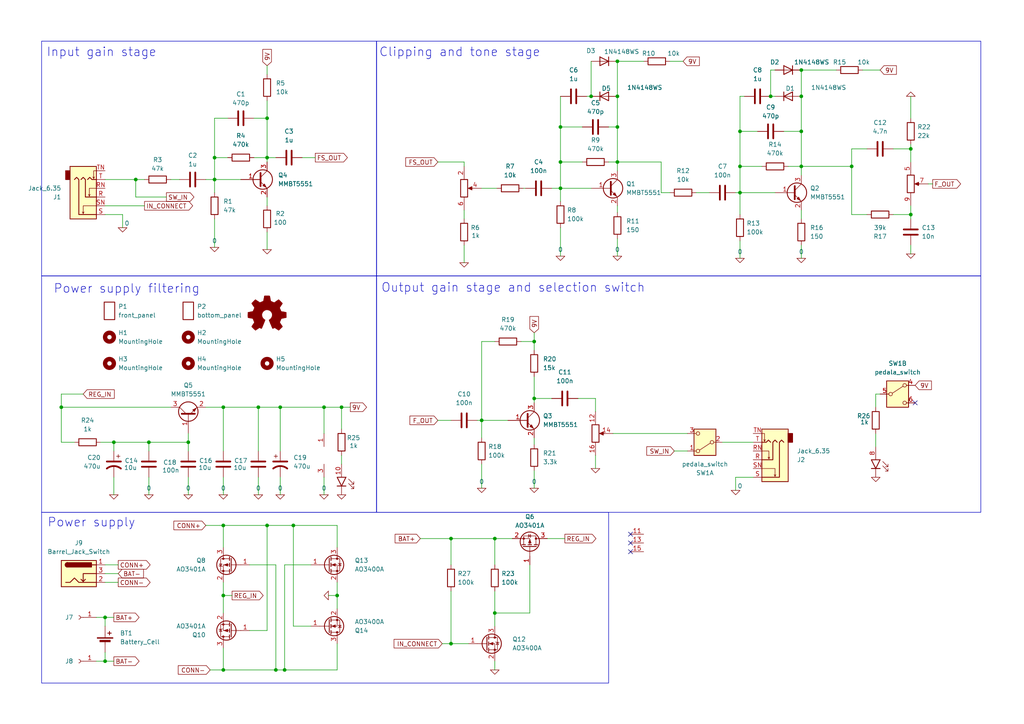
<source format=kicad_sch>
(kicad_sch (version 20250114) (generator "eeschema") (generator_version "9.0")
  (paper "A4")
  (title_block (title "Big Muff Pi"))
  (lib_symbols
    (symbol "Connector:Barrel_Jack_Switch" (pin_names (hide yes))
      (property "Reference" "J" (at 0 5.334 0))
      (property "Value" "Barrel_Jack_Switch" (at 0 -5.08 0))
      (symbol "Barrel_Jack_Switch_1_1"
        (pin passive line (at 7.62 2.54 180) (length 2.54) (name "~") (number "1"))
        (pin passive line (at 7.62 0 180) (length 2.54) (name "~") (number "3"))
        (pin passive line (at 7.62 -2.54 180) (length 2.54) (name "~") (number "2"))
      )
    )
    (symbol "Connector:Conn_01x01_Socket" (pin_names (offset 1.016) (hide yes))
      (property "Reference" "J" (at 0 2.54 0))
      (property "Value" "Conn_01x01_Socket" (at 0 -2.54 0))
      (symbol "Conn_01x01_Socket_1_1"
        (pin passive line (at -5.08 0 0) (length 3.81) (name "Pin_1") (number "1"))
      )
    )
    (symbol "Device:Battery_Cell" (pin_numbers (hide yes)) (pin_names (offset 0) (hide yes))
      (property "Reference" "BT" (at 2.54 2.54 0))
      (property "Value" "Battery_Cell" (at 2.54 0 0))
      (symbol "Battery_Cell_1_1"
        (pin passive line (at 0 5.08 270) (length 2.54) (name "+") (number "1"))
        (pin passive line (at 0 -2.54 90) (length 2.54) (name "-") (number "2"))
      )
    )
    (symbol "Device:C" (pin_numbers (hide yes)) (pin_names (offset 0.254))
      (property "Reference" "C" (at 0.635 2.54 0))
      (property "Value" "C" (at 0.635 -2.54 0))
      (symbol "C_1_1"
        (pin passive line (at 0 3.81 270) (length 2.794) (name "~") (number "1"))
        (pin passive line (at 0 -3.81 90) (length 2.794) (name "~") (number "2"))
      )
    )
    (symbol "Device:C_Polarized_US" (pin_numbers (hide yes)) (pin_names (offset 0.254) (hide yes))
      (property "Reference" "C" (at 0.635 2.54 0))
      (property "Value" "C_Polarized_US" (at 0.635 -2.54 0))
      (symbol "C_Polarized_US_1_1"
        (pin passive line (at 0 3.81 270) (length 2.794) (name "~") (number "1"))
        (pin passive line (at 0 -3.81 90) (length 3.302) (name "~") (number "2"))
      )
    )
    (symbol "Device:R" (pin_numbers (hide yes)) (pin_names (offset 0))
      (property "Reference" "R" (at 2.032 0 90))
      (property "Value" "R" (at 0 0 90))
      (symbol "R_1_1"
        (pin passive line (at 0 3.81 270) (length 1.27) (name "~") (number "1"))
        (pin passive line (at 0 -3.81 90) (length 1.27) (name "~") (number "2"))
      )
    )
    (symbol "Diode:1N4148WS" (pin_numbers (hide yes)) (pin_names (hide yes))
      (property "Reference" "D" (at 0 2.54 0))
      (property "Value" "1N4148WS" (at 0 -2.54 0))
      (symbol "1N4148WS_1_1"
        (pin passive line (at -3.81 0 0) (length 2.54) (name "K") (number "1"))
        (pin passive line (at 3.81 0 180) (length 2.54) (name "A") (number "2"))
      )
    )
    (symbol "Graphic:Logo_Open_Hardware_Small" (in_bom no) (on_board no))
    (symbol "Mechanical:MountingHole" (pin_names (offset 1.016))
      (property "Reference" "H" (at 0 5.08 0))
      (property "Value" "MountingHole" (at 0 3.175 0))
    )
    (symbol "MountingHole_1" (pin_names (offset 1.016))
      (property "Reference" "H" (at 0 5.08 0))
      (property "Value" "MountingHole" (at 0 3.175 0))
    )
    (symbol "MountingHole_2" (pin_names (offset 1.016))
      (property "Reference" "H" (at 0 5.08 0))
      (property "Value" "MountingHole" (at 0 3.175 0))
    )
    (symbol "MountingHole_3" (pin_names (offset 1.016))
      (property "Reference" "H" (at 0 5.08 0))
      (property "Value" "MountingHole" (at 0 3.175 0))
    )
    (symbol "MountingHole_4" (pin_names (offset 1.016))
      (property "Reference" "H" (at 0 5.08 0))
      (property "Value" "MountingHole" (at 0 3.175 0))
    )
    (symbol "Simulation_SPICE:0" (power) (pin_names (offset 0))
      (property "Value" "0" (at 0 -1.778 0))
      (symbol "0_1_1"
        (pin power_in line (at 0 0 0) (length 0) (hide yes) (name "0") (number "1"))
      )
    )
    (symbol "Transistor_BJT:BC817" (pin_names (offset 0) (hide yes))
      (property "Reference" "Q" (at 5.08 1.905 0))
      (property "Value" "BC817" (at 5.08 0 0))
      (symbol "BC817_1_1"
        (pin input line (at -5.08 0 0) (length 5.715) (name "B") (number "1"))
        (pin passive line (at 2.54 5.08 270) (length 2.54) (name "C") (number "3"))
        (pin passive line (at 2.54 -5.08 90) (length 2.54) (name "E") (number "2"))
      )
    )
    (symbol "Transistor_FET:AO3400A" (pin_names (hide yes))
      (property "Reference" "Q" (at 5.08 1.905 0))
      (property "Value" "AO3400A" (at 5.08 0 0))
      (symbol "AO3400A_1_1"
        (pin input line (at -5.08 0 0) (length 2.54) (name "G") (number "1"))
        (pin passive line (at 2.54 5.08 270) (length 2.54) (name "D") (number "3"))
        (pin passive line (at 2.54 -5.08 90) (length 2.54) (name "S") (number "2"))
      )
    )
    (symbol "Transistor_FET:AO3401A" (pin_names (hide yes))
      (property "Reference" "Q" (at 5.08 1.905 0))
      (property "Value" "AO3401A" (at 5.08 0 0))
      (symbol "AO3401A_1_1"
        (pin input line (at -5.08 0 0) (length 2.54) (name "G") (number "1"))
        (pin passive line (at 2.54 5.08 270) (length 2.54) (name "D") (number "3"))
        (pin passive line (at 2.54 -5.08 90) (length 2.54) (name "S") (number "2"))
      )
    )
    (symbol "pedale:Jack_6.35"
      (property "Reference" "J" (at 0 11.43 0))
      (property "Value" "Jack_6.35" (at 0 8.89 0))
      (symbol "Jack_6.35_1_1"
        (pin passive line (at 5.08 5.08 180) (length 2.54) (name "~") (number "S"))
        (pin passive line (at 5.08 2.54 180) (length 2.54) (name "~") (number "SN"))
        (pin passive line (at 5.08 0 180) (length 2.54) (name "~") (number "R"))
        (pin passive line (at 5.08 -2.54 180) (length 2.54) (name "~") (number "RN"))
        (pin passive line (at 5.08 -5.08 180) (length 2.54) (name "~") (number "T"))
        (pin passive line (at 5.08 -7.62 180) (length 2.54) (name "~") (number "TN"))
      )
    )
    (symbol "pedale:big_muff_pi_front_panel" (pin_names (offset 1.016) (hide yes))
      (property "Reference" "P" (at 0.254 4.318 0))
      (property "Value" "big_muff_pi_front_panel" (at -2.54 0 90))
    )
    (symbol "pedale:pedala_switch" (pin_names (offset 0) (hide yes))
      (property "Reference" "SW" (at 0 5.08 0))
      (property "Value" "pedala_switch" (at 0 -5.08 0))
      (symbol "pedala_switch_1_1"
        (pin passive line (at -5.08 0 0) (length 2.54) (name "B") (number "2"))
        (pin passive line (at 5.08 2.54 180) (length 2.54) (name "A") (number "1"))
        (pin passive line (at 5.08 -2.54 180) (length 2.54) (name "C") (number "3"))
      )
      (symbol "pedala_switch_2_1"
        (pin passive line (at -5.08 0 0) (length 2.54) (name "B") (number "5"))
        (pin passive line (at 5.08 2.54 180) (length 2.54) (name "A") (number "4"))
        (pin passive line (at 5.08 -2.54 180) (length 2.54) (name "C") (number "6"))
      )
    )
    (symbol "pedale:top_panel_connector" (pin_names (offset 1.016) (hide yes))
      (symbol "top_panel_connector_1_1"
        (pin passive line (at 0 6.35 270) (length 3.81) (name "Pin_2") (number "2"))
        (pin passive line (at 0 -6.35 90) (length 3.81) (name "Pin_6") (number "6"))
        (pin passive line (at 5.08 0 180) (length 3.81) (name "Pin_4") (number "4"))
      )
      (symbol "top_panel_connector_2_1"
        (pin passive line (at 0 6.35 270) (length 3.81) (name "Pin_5") (number "5"))
        (pin passive line (at 0 -6.35 90) (length 3.81) (name "Pin_9") (number "9"))
        (pin passive line (at 5.08 0 180) (length 3.81) (name "Pin_7") (number "7"))
      )
      (symbol "top_panel_connector_3_1"
        (pin passive line (at 0 6.35 270) (length 3.81) (name "Pin_12") (number "12"))
        (pin passive line (at 0 -6.35 90) (length 3.81) (name "Pin_16") (number "16"))
        (pin passive line (at 5.08 0 180) (length 3.81) (name "Pin_14") (number "14"))
      )
      (symbol "top_panel_connector_4_1"
        (pin passive line (at 0 5.08 270) (length 3.81) (name "Pin_8") (number "8"))
      )
      (symbol "top_panel_connector_5_1"
        (pin passive line (at 0 5.08 270) (length 3.81) (name "Pin_10") (number "10"))
      )
      (symbol "top_panel_connector_6_1"
        (pin passive line (at 0 12.7 270) (length 3.81) (name "VCC") (number "1"))
        (pin passive line (at 0 0 90) (length 3.81) (name "GND") (number "3"))
      )
      (symbol "top_panel_connector_7_1"
        (pin passive line (at 0 5.08 0) (length 3.81) (name "Pin_11") (number "11"))
        (pin passive line (at 0 2.54 0) (length 3.81) (name "Pin_13") (number "13"))
        (pin passive line (at 0 0 0) (length 3.81) (name "Pin_15") (number "15"))
      )
    )
  )
  (rectangle (start 12.065 148.59) (end 176.53 198.12))
  (rectangle (start 109.22 11.938) (end 284.48 80.01))
  (rectangle (start 12.065 11.938) (end 109.22 80.01))
  (rectangle (start 12.065 80.01) (end 109.22 148.59))
  (rectangle (start 109.22 80.01) (end 284.48 148.59))
  (text "Power supply filtering" (at 15.494 85.344 0) (effects (font (size 2.54 2.54)) (justify left bottom)))
  (text "Input gain stage" (at 29.464 15.24 0) (effects (font (size 2.54 2.54))))
  (text "Output gain stage and selection switch" (at 148.844 83.566 0) (effects (font (size 2.54 2.54))))
  (text "Clipping and tone stage" (at 133.35 15.24 0) (effects (font (size 2.54 2.54))))
  (text "Power supply" (at 13.716 151.638 0) (effects (font (size 2.54 2.54)) (justify left)))
  (junction (at 82.55 194.31))
  (junction (at 30.48 179.07))
  (junction (at 143.51 177.8))
  (junction (at 43.18 128.27))
  (junction (at 62.23 52.07))
  (junction (at 81.28 118.11))
  (junction (at 17.78 118.11))
  (junction (at 33.02 128.27))
  (junction (at 154.94 99.06))
  (junction (at 232.41 38.1))
  (junction (at 97.79 172.72))
  (junction (at 64.77 172.72))
  (junction (at 74.93 118.11))
  (junction (at 179.07 46.99))
  (junction (at 179.07 27.94))
  (junction (at 77.47 152.4))
  (junction (at 64.77 118.11))
  (junction (at 64.77 152.4))
  (junction (at 130.81 186.69))
  (junction (at 80.01 194.31))
  (junction (at 264.16 62.23))
  (junction (at 232.41 20.32))
  (junction (at 214.63 48.26))
  (junction (at 54.61 128.27))
  (junction (at 130.81 156.21))
  (junction (at 154.94 115.57))
  (junction (at 179.07 36.83))
  (junction (at 85.09 152.4))
  (junction (at 214.63 38.1))
  (junction (at 99.06 118.11))
  (junction (at 162.56 54.61))
  (junction (at 30.48 191.77))
  (junction (at 93.98 118.11))
  (junction (at 264.16 43.18))
  (junction (at 143.51 156.21))
  (junction (at 62.23 45.72))
  (junction (at 171.45 27.94))
  (junction (at 214.63 55.88))
  (junction (at 247.015 48.26))
  (junction (at 232.41 27.94))
  (junction (at 77.47 34.29))
  (junction (at 162.56 36.83))
  (junction (at 139.7 121.92))
  (junction (at 64.77 194.31))
  (junction (at 232.41 48.26))
  (junction (at 179.07 17.78))
  (junction (at 77.47 45.72))
  (junction (at 223.52 27.94))
  (junction (at 39.37 52.07))
  (junction (at 162.56 46.99))
  (no_connect (at 265.43 116.84))
  (no_connect (at 182.88 154.94))
  (no_connect (at 182.88 157.48))
  (no_connect (at 182.88 160.02))
  (wire (pts (xy 232.41 27.94) (xy 232.41 38.1)))
  (wire (pts (xy 179.07 27.94) (xy 179.07 36.83)))
  (wire (pts (xy 264.16 27.94) (xy 264.16 34.29)))
  (wire (pts (xy 77.47 152.4) (xy 85.09 152.4)))
  (wire (pts (xy 73.66 45.72) (xy 77.47 45.72)))
  (wire (pts (xy 62.23 52.07) (xy 69.85 52.07)))
  (wire (pts (xy 176.53 46.99) (xy 179.07 46.99)))
  (wire (pts (xy 264.16 41.91) (xy 264.16 43.18)))
  (wire (pts (xy 60.96 194.31) (xy 64.77 194.31)))
  (wire (pts (xy 251.46 43.18) (xy 247.015 43.18)))
  (wire (pts (xy 99.06 118.11) (xy 99.06 124.46)))
  (wire (pts (xy 214.63 27.94) (xy 214.63 38.1)))
  (wire (pts (xy 77.47 46.99) (xy 77.47 45.72)))
  (wire (pts (xy 232.41 71.12) (xy 232.41 74.93)))
  (wire (pts (xy 139.7 54.61) (xy 144.145 54.61)))
  (wire (pts (xy 66.04 34.29) (xy 62.23 34.29)))
  (wire (pts (xy 90.17 181.61) (xy 85.09 181.61)))
  (wire (pts (xy 201.93 55.88) (xy 205.74 55.88)))
  (wire (pts (xy 85.09 152.4) (xy 97.79 152.4)))
  (wire (pts (xy 30.48 59.69) (xy 41.91 59.69)))
  (wire (pts (xy 74.93 118.11) (xy 74.93 130.81)))
  (wire (pts (xy 81.28 138.43) (xy 81.28 143.51)))
  (wire (pts (xy 77.47 45.72) (xy 80.01 45.72)))
  (wire (pts (xy 143.51 163.83) (xy 143.51 156.21)))
  (wire (pts (xy 99.06 132.08) (xy 99.06 134.62)))
  (wire (pts (xy 130.81 171.45) (xy 130.81 186.69)))
  (wire (pts (xy 80.01 194.31) (xy 82.55 194.31)))
  (wire (pts (xy 64.77 138.43) (xy 64.77 143.51)))
  (wire (pts (xy 264.16 63.5) (xy 264.16 62.23)))
  (wire (pts (xy 130.81 186.69) (xy 135.89 186.69)))
  (wire (pts (xy 213.36 138.43) (xy 218.44 138.43)))
  (wire (pts (xy 93.98 138.43) (xy 93.98 143.51)))
  (wire (pts (xy 167.64 115.57) (xy 172.72 115.57)))
  (wire (pts (xy 177.8 125.73) (xy 199.39 125.73)))
  (wire (pts (xy 179.07 46.99) (xy 179.07 49.53)))
  (wire (pts (xy 247.015 48.26) (xy 247.015 62.23)))
  (wire (pts (xy 17.78 118.11) (xy 17.78 128.27)))
  (wire (pts (xy 232.41 38.1) (xy 232.41 48.26)))
  (wire (pts (xy 30.48 181.61) (xy 30.48 179.07)))
  (wire (pts (xy 99.06 118.11) (xy 93.98 118.11)))
  (wire (pts (xy 43.18 128.27) (xy 54.61 128.27)))
  (wire (pts (xy 232.41 60.96) (xy 232.41 63.5)))
  (wire (pts (xy 232.41 48.26) (xy 232.41 50.8)))
  (wire (pts (xy 82.55 194.31) (xy 97.79 194.31)))
  (wire (pts (xy 59.69 52.07) (xy 62.23 52.07)))
  (wire (pts (xy 39.37 52.07) (xy 41.91 52.07)))
  (wire (pts (xy 82.55 163.83) (xy 82.55 194.31)))
  (wire (pts (xy 66.04 45.72) (xy 62.23 45.72)))
  (wire (pts (xy 179.07 17.78) (xy 179.07 27.94)))
  (wire (pts (xy 43.18 138.43) (xy 43.18 143.51)))
  (wire (pts (xy 264.16 43.18) (xy 264.16 46.99)))
  (wire (pts (xy 162.56 46.99) (xy 162.56 54.61)))
  (wire (pts (xy 191.77 55.88) (xy 191.77 46.99)))
  (wire (pts (xy 33.02 138.43) (xy 33.02 143.51)))
  (wire (pts (xy 223.52 27.94) (xy 224.79 27.94)))
  (wire (pts (xy 72.39 163.83) (xy 80.01 163.83)))
  (wire (pts (xy 162.56 66.04) (xy 162.56 74.295)))
  (wire (pts (xy 254 114.3) (xy 255.27 114.3)))
  (wire (pts (xy 162.56 36.83) (xy 168.91 36.83)))
  (wire (pts (xy 264.16 59.69) (xy 264.16 62.23)))
  (wire (pts (xy 21.59 128.27) (xy 17.78 128.27)))
  (wire (pts (xy 97.79 152.4) (xy 97.79 158.75)))
  (wire (pts (xy 198.12 17.78) (xy 194.31 17.78)))
  (wire (pts (xy 214.63 48.26) (xy 214.63 55.88)))
  (wire (pts (xy 30.48 52.07) (xy 39.37 52.07)))
  (wire (pts (xy 130.81 156.21) (xy 130.81 163.83)))
  (wire (pts (xy 259.08 43.18) (xy 264.16 43.18)))
  (wire (pts (xy 93.98 118.11) (xy 81.28 118.11)))
  (wire (pts (xy 77.47 182.88) (xy 77.47 152.4)))
  (wire (pts (xy 62.23 55.88) (xy 62.23 52.07)))
  (wire (pts (xy 151.765 54.61) (xy 152.4 54.61)))
  (wire (pts (xy 214.63 38.1) (xy 214.63 48.26)))
  (wire (pts (xy 191.77 55.88) (xy 194.31 55.88)))
  (wire (pts (xy 62.23 63.5) (xy 62.23 71.755)))
  (wire (pts (xy 81.28 118.11) (xy 74.93 118.11)))
  (wire (pts (xy 213.36 55.88) (xy 214.63 55.88)))
  (wire (pts (xy 27.94 191.77) (xy 30.48 191.77)))
  (wire (pts (xy 17.78 114.3) (xy 17.78 118.11)))
  (wire (pts (xy 162.56 54.61) (xy 171.45 54.61)))
  (wire (pts (xy 143.51 156.21) (xy 148.59 156.21)))
  (wire (pts (xy 43.18 128.27) (xy 43.18 130.81)))
  (wire (pts (xy 172.72 119.38) (xy 172.72 115.57)))
  (wire (pts (xy 247.015 43.18) (xy 247.015 48.26)))
  (wire (pts (xy 259.08 62.23) (xy 264.16 62.23)))
  (wire (pts (xy 154.94 127) (xy 154.94 128.905)))
  (wire (pts (xy 154.94 136.525) (xy 154.94 141.605)))
  (wire (pts (xy 143.51 181.61) (xy 143.51 177.8)))
  (wire (pts (xy 153.67 177.8) (xy 143.51 177.8)))
  (wire (pts (xy 34.29 168.91) (xy 30.48 168.91)))
  (wire (pts (xy 121.92 156.21) (xy 130.81 156.21)))
  (wire (pts (xy 143.51 194.31) (xy 143.51 191.77)))
  (wire (pts (xy 77.47 67.31) (xy 77.47 72.39)))
  (wire (pts (xy 85.09 181.61) (xy 85.09 152.4)))
  (wire (pts (xy 143.51 99.06) (xy 139.7 99.06)))
  (wire (pts (xy 93.98 118.11) (xy 93.98 125.73)))
  (wire (pts (xy 264.16 71.12) (xy 264.16 73.66)))
  (wire (pts (xy 151.13 99.06) (xy 154.94 99.06)))
  (wire (pts (xy 162.56 27.94) (xy 162.56 36.83)))
  (wire (pts (xy 64.77 187.96) (xy 64.77 194.31)))
  (wire (pts (xy 160.02 115.57) (xy 154.94 115.57)))
  (wire (pts (xy 49.53 52.07) (xy 52.07 52.07)))
  (wire (pts (xy 186.69 17.78) (xy 179.07 17.78)))
  (wire (pts (xy 95.25 172.72) (xy 97.79 172.72)))
  (wire (pts (xy 39.37 57.15) (xy 48.26 57.15)))
  (wire (pts (xy 162.56 36.83) (xy 162.56 46.99)))
  (wire (pts (xy 160.02 54.61) (xy 162.56 54.61)))
  (wire (pts (xy 64.77 152.4) (xy 77.47 152.4)))
  (wire (pts (xy 77.47 34.29) (xy 77.47 45.72)))
  (wire (pts (xy 59.69 118.11) (xy 64.77 118.11)))
  (wire (pts (xy 54.61 125.73) (xy 54.61 128.27)))
  (wire (pts (xy 179.07 46.99) (xy 191.77 46.99)))
  (wire (pts (xy 227.33 38.1) (xy 232.41 38.1)))
  (wire (pts (xy 154.94 109.22) (xy 154.94 115.57)))
  (wire (pts (xy 97.79 176.53) (xy 97.79 172.72)))
  (wire (pts (xy 81.28 118.11) (xy 81.28 130.81)))
  (wire (pts (xy 97.79 172.72) (xy 97.79 168.91)))
  (wire (pts (xy 176.53 36.83) (xy 179.07 36.83)))
  (wire (pts (xy 143.51 171.45) (xy 143.51 177.8)))
  (wire (pts (xy 162.56 58.42) (xy 162.56 54.61)))
  (wire (pts (xy 139.7 99.06) (xy 139.7 121.92)))
  (wire (pts (xy 101.6 118.11) (xy 99.06 118.11)))
  (wire (pts (xy 213.36 142.24) (xy 213.36 138.43)))
  (wire (pts (xy 254 118.11) (xy 254 114.3)))
  (wire (pts (xy 172.72 132.08) (xy 172.72 135.89)))
  (wire (pts (xy 162.56 46.99) (xy 168.91 46.99)))
  (wire (pts (xy 97.79 194.31) (xy 97.79 186.69)))
  (wire (pts (xy 77.47 57.15) (xy 77.47 59.69)))
  (wire (pts (xy 33.02 128.27) (xy 43.18 128.27)))
  (wire (pts (xy 35.56 62.23) (xy 35.56 66.04)))
  (wire (pts (xy 139.7 121.92) (xy 147.32 121.92)))
  (wire (pts (xy 134.62 46.99) (xy 134.62 48.26)))
  (wire (pts (xy 154.94 99.06) (xy 154.94 101.6)))
  (wire (pts (xy 59.69 152.4) (xy 64.77 152.4)))
  (wire (pts (xy 138.43 121.92) (xy 139.7 121.92)))
  (wire (pts (xy 209.55 128.27) (xy 218.44 128.27)))
  (wire (pts (xy 64.77 158.75) (xy 64.77 152.4)))
  (wire (pts (xy 214.63 27.94) (xy 215.9 27.94)))
  (wire (pts (xy 64.77 172.72) (xy 64.77 168.91)))
  (wire (pts (xy 62.23 34.29) (xy 62.23 45.72)))
  (wire (pts (xy 17.78 118.11) (xy 49.53 118.11)))
  (wire (pts (xy 153.67 163.83) (xy 153.67 177.8)))
  (wire (pts (xy 72.39 182.88) (xy 77.47 182.88)))
  (wire (pts (xy 128.27 186.69) (xy 130.81 186.69)))
  (wire (pts (xy 214.63 48.26) (xy 220.98 48.26)))
  (wire (pts (xy 54.61 130.81) (xy 54.61 128.27)))
  (wire (pts (xy 127 46.99) (xy 134.62 46.99)))
  (wire (pts (xy 214.63 55.88) (xy 214.63 62.23)))
  (wire (pts (xy 24.13 114.3) (xy 17.78 114.3)))
  (wire (pts (xy 179.07 59.69) (xy 179.07 61.595)))
  (wire (pts (xy 154.94 96.52) (xy 154.94 99.06)))
  (wire (pts (xy 254 129.54) (xy 254 125.73)))
  (wire (pts (xy 139.7 127) (xy 139.7 121.92)))
  (wire (pts (xy 223.52 20.32) (xy 224.79 20.32)))
  (wire (pts (xy 232.41 20.32) (xy 232.41 27.94)))
  (wire (pts (xy 77.47 19.05) (xy 77.47 21.59)))
  (wire (pts (xy 130.81 156.21) (xy 143.51 156.21)))
  (wire (pts (xy 255.27 20.32) (xy 250.19 20.32)))
  (wire (pts (xy 223.52 20.32) (xy 223.52 27.94)))
  (wire (pts (xy 30.48 166.37) (xy 34.29 166.37)))
  (wire (pts (xy 214.63 55.88) (xy 224.79 55.88)))
  (wire (pts (xy 163.83 156.21) (xy 158.75 156.21)))
  (wire (pts (xy 214.63 69.85) (xy 214.63 74.93)))
  (wire (pts (xy 154.94 115.57) (xy 154.94 116.84)))
  (wire (pts (xy 269.24 53.34) (xy 270.51 53.34)))
  (wire (pts (xy 73.66 34.29) (xy 77.47 34.29)))
  (wire (pts (xy 62.23 45.72) (xy 62.23 52.07)))
  (wire (pts (xy 195.58 130.81) (xy 199.39 130.81)))
  (wire (pts (xy 30.48 62.23) (xy 35.56 62.23)))
  (wire (pts (xy 232.41 48.26) (xy 247.015 48.26)))
  (wire (pts (xy 179.07 36.83) (xy 179.07 46.99)))
  (wire (pts (xy 87.63 45.72) (xy 91.44 45.72)))
  (wire (pts (xy 77.47 29.21) (xy 77.47 34.29)))
  (wire (pts (xy 90.17 163.83) (xy 82.55 163.83)))
  (wire (pts (xy 39.37 57.15) (xy 39.37 52.07)))
  (wire (pts (xy 64.77 177.8) (xy 64.77 172.72)))
  (wire (pts (xy 74.93 138.43) (xy 74.93 143.51)))
  (wire (pts (xy 134.62 71.12) (xy 134.62 76.2)))
  (wire (pts (xy 27.94 179.07) (xy 30.48 179.07)))
  (wire (pts (xy 54.61 138.43) (xy 54.61 143.51)))
  (wire (pts (xy 30.48 189.23) (xy 30.48 191.77)))
  (wire (pts (xy 127 121.92) (xy 130.81 121.92)))
  (wire (pts (xy 247.015 62.23) (xy 251.46 62.23)))
  (wire (pts (xy 34.29 163.83) (xy 30.48 163.83)))
  (wire (pts (xy 228.6 48.26) (xy 232.41 48.26)))
  (wire (pts (xy 64.77 118.11) (xy 64.77 130.81)))
  (wire (pts (xy 179.07 69.215) (xy 179.07 74.295)))
  (wire (pts (xy 232.41 20.32) (xy 242.57 20.32)))
  (wire (pts (xy 29.21 128.27) (xy 33.02 128.27)))
  (wire (pts (xy 30.48 179.07) (xy 33.02 179.07)))
  (wire (pts (xy 33.02 128.27) (xy 33.02 130.81)))
  (wire (pts (xy 80.01 163.83) (xy 80.01 194.31)))
  (wire (pts (xy 64.77 194.31) (xy 80.01 194.31)))
  (wire (pts (xy 171.45 17.78) (xy 171.45 27.94)))
  (wire (pts (xy 30.48 191.77) (xy 33.02 191.77)))
  (wire (pts (xy 170.18 27.94) (xy 171.45 27.94)))
  (wire (pts (xy 134.62 60.96) (xy 134.62 63.5)))
  (wire (pts (xy 214.63 38.1) (xy 219.71 38.1)))
  (wire (pts (xy 74.93 118.11) (xy 64.77 118.11)))
  (wire (pts (xy 139.7 134.62) (xy 139.7 141.605)))
  (wire (pts (xy 67.31 172.72) (xy 64.77 172.72)))
  (global_label "FS_OUT" (shape input) (at 127 46.99 180) (property "Intersheetrefs" "${INTERSHEET_REFS}" (effects (hide yes))))
  (global_label "REG_IN" (shape input) (at 24.13 114.3 0) (property "Intersheetrefs" "${INTERSHEET_REFS}" (effects (hide yes))))
  (global_label "9V" (shape output) (at 101.6 118.11 0) (property "Intersheetrefs" "${INTERSHEET_REFS}" (effects (hide yes))))
  (global_label "CONN+" (shape output) (at 34.29 163.83 0) (property "Intersheetrefs" "${INTERSHEET_REFS}" (effects (hide yes))))
  (global_label "CONN+" (shape input) (at 59.69 152.4 180) (property "Intersheetrefs" "${INTERSHEET_REFS}" (effects (hide yes))))
  (global_label "SW_IN" (shape output) (at 48.26 57.15 0) (property "Intersheetrefs" "${INTERSHEET_REFS}" (effects (hide yes))))
  (global_label "9V" (shape input) (at 77.47 19.05 90) (property "Intersheetrefs" "${INTERSHEET_REFS}" (effects (hide yes))))
  (global_label "BAT-" (shape output) (at 33.02 191.77 0) (property "Intersheetrefs" "${INTERSHEET_REFS}" (effects (hide yes))))
  (global_label "IN_CONNECT" (shape input) (at 128.27 186.69 180) (property "Intersheetrefs" "${INTERSHEET_REFS}" (effects (hide yes))))
  (global_label "9V" (shape input) (at 198.12 17.78 0) (property "Intersheetrefs" "${INTERSHEET_REFS}" (effects (hide yes))))
  (global_label "FS_OUT" (shape output) (at 91.44 45.72 0) (property "Intersheetrefs" "${INTERSHEET_REFS}" (effects (hide yes))))
  (global_label "BAT+" (shape output) (at 33.02 179.07 0) (property "Intersheetrefs" "${INTERSHEET_REFS}" (effects (hide yes))))
  (global_label "F_OUT" (shape input) (at 127 121.92 180) (property "Intersheetrefs" "${INTERSHEET_REFS}" (effects (hide yes))))
  (global_label "F_OUT" (shape output) (at 270.51 53.34 0) (property "Intersheetrefs" "${INTERSHEET_REFS}" (effects (hide yes))))
  (global_label "BAT-" (shape input) (at 34.29 166.37 0) (property "Intersheetrefs" "${INTERSHEET_REFS}" (effects (hide yes))))
  (global_label "BAT+" (shape input) (at 121.92 156.21 180) (property "Intersheetrefs" "${INTERSHEET_REFS}" (effects (hide yes))))
  (global_label "SW_IN" (shape input) (at 195.58 130.81 180) (property "Intersheetrefs" "${INTERSHEET_REFS}" (effects (hide yes))))
  (global_label "IN_CONNECT" (shape output) (at 41.91 59.69 0) (property "Intersheetrefs" "${INTERSHEET_REFS}" (effects (hide yes))))
  (global_label "CONN-" (shape input) (at 60.96 194.31 180) (property "Intersheetrefs" "${INTERSHEET_REFS}" (effects (hide yes))))
  (global_label "REG_IN" (shape output) (at 163.83 156.21 0) (property "Intersheetrefs" "${INTERSHEET_REFS}" (effects (hide yes))))
  (global_label "CONN-" (shape output) (at 34.29 168.91 0) (property "Intersheetrefs" "${INTERSHEET_REFS}" (effects (hide yes))))
  (global_label "9V" (shape input) (at 265.43 111.76 0) (property "Intersheetrefs" "${INTERSHEET_REFS}" (effects (hide yes))))
  (global_label "9V" (shape input) (at 154.94 96.52 90) (property "Intersheetrefs" "${INTERSHEET_REFS}" (effects (hide yes))))
  (global_label "REG_IN" (shape output) (at 67.31 172.72 0) (property "Intersheetrefs" "${INTERSHEET_REFS}" (effects (hide yes))))
  (global_label "9V" (shape input) (at 255.27 20.32 0) (property "Intersheetrefs" "${INTERSHEET_REFS}" (effects (hide yes))))
  (symbol (lib_id "Diode:1N4148WS") (at 228.6 27.94 0) (unit 1)
    (property "Reference" "D1" (at 227.838 25.654 0) (effects (justify left)))
    (property "Value" "1N4148WS" (at 235.204 25.4 0) (effects (justify left)))
    (property "Footprint" "Diode_SMD:D_SOD-323" (effects (hide yes)))
    (property "Datasheet" "https://www.vishay.com/docs/85751/1n4148ws.pdf" (effects (hide yes)))
    (property "Sim.Device" "D" (effects (hide yes)))
    (property "Sim.Pins" "1=K 2=A" (effects (hide yes)))
    (property "Sim.Library" "/home/ostoja/spice_models/diode/1N4148.lib" (effects (hide yes)))
    (property "Sim.Name" "1N4148" (effects (hide yes)))
    (property "LCSC" "C2128" (effects (hide yes)))
  )
  (symbol (lib_id "Transistor_FET:AO3401A") (at 153.67 158.75 270) (mirror x) (unit 1)
    (property "Reference" "Q6" (at 153.67 149.86 90))
    (property "Value" "AO3401A" (at 153.67 152.4 90))
    (property "Footprint" "Package_TO_SOT_SMD:SOT-23" (effects (hide yes)))
    (property "Datasheet" "http://www.aosmd.com/pdfs/datasheet/AO3401A.pdf" (effects (hide yes)))
    (property "Description" "-4.0A Id, -30V Vds, P-Channel MOSFET, SOT-23" (effects (hide yes)))
    (property "LCSC" "C15127" (effects (hide yes)))
  )
  (symbol (lib_id "Simulation_SPICE:0") (at 172.72 135.89 0) (unit 1)
    (property "Reference" "#GND014" (effects (hide yes)))
    (property "Value" "0" (effects (hide yes)))
  )
  (symbol (lib_id "Simulation_SPICE:0") (at 35.56 66.04 0) (unit 1)
    (property "Reference" "#GND017" (effects (hide yes)))
    (property "Value" "0" (at 36.83 64.77 0))
  )
  (symbol (lib_id "Mechanical:MountingHole") (at 31.75 105.41 0) (unit 1)
    (property "Reference" "H3" (at 34.29 104.14 0) (effects (justify left)))
    (property "Value" "MountingHole" (at 34.29 106.68 0) (effects (justify left)))
    (property "Footprint" "pedale:M3_hole_with_spacer" (effects (hide yes)))
  )
  (symbol (lib_id "Simulation_SPICE:0") (at 43.18 143.51 0) (unit 1)
    (property "Reference" "#GND016" (effects (hide yes)))
    (property "Value" "0" (at 43.18 141.605 0))
  )
  (symbol (lib_id "Device:R") (at 62.23 59.69 0) (unit 1)
    (property "Reference" "R1" (at 64.77 58.42 0) (effects (justify left)))
    (property "Value" "47k" (at 64.77 60.96 0) (effects (justify left)))
    (property "Footprint" "Resistor_SMD:R_0603_1608Metric_Pad0.98x0.95mm_HandSolder" (effects (hide yes)))
    (property "LCSC" "C25819" (effects (hide yes)))
  )
  (symbol (lib_id "Simulation_SPICE:0") (at 264.16 27.94 180) (unit 1)
    (property "Reference" "#GND013" (effects (hide yes)))
    (property "Value" "0" (effects (hide yes)))
  )
  (symbol (lib_id "Simulation_SPICE:0") (at 54.61 143.51 0) (unit 1)
    (property "Reference" "#GND024" (effects (hide yes)))
    (property "Value" "0" (at 54.61 141.605 0))
  )
  (symbol (lib_id "Connector:Barrel_Jack_Switch") (at 22.86 166.37 0) (unit 1)
    (property "Reference" "J9" (at 22.86 157.48 0))
    (property "Value" "Barrel_Jack_Switch" (at 22.86 160.02 0))
    (property "Footprint" "pedale:BarrelJack" (effects (hide yes)))
    (property "Description" "DC Barrel Jack with an internal switch" (effects (hide yes)))
  )
  (symbol (lib_id "pedale:pedala_switch") (at 260.35 114.3 0) (unit 2)
    (property "Reference" "SW1" (at 260.35 105.41 0))
    (property "Value" "pedala_switch" (at 260.35 107.95 0))
    (property "Footprint" "pedale:foot_switch_tht_and_floating" (effects (hide yes)))
    (property "Description" "Switch, dual pole double throw, separate symbols" (effects (hide yes)))
  )
  (symbol (lib_id "Simulation_SPICE:0") (at 143.51 194.31 0) (unit 1)
    (property "Reference" "#GND018" (effects (hide yes)))
    (property "Value" "0" (effects (hide yes)))
  )
  (symbol (lib_id "Device:C") (at 255.27 43.18 90) (unit 1)
    (property "Reference" "C12" (at 255.27 35.56 90))
    (property "Value" "4.7n" (at 255.27 38.1 90))
    (property "Footprint" "Capacitor_SMD:C_0603_1608Metric_Pad1.08x0.95mm_HandSolder" (effects (hide yes)))
    (property "LCSC" "C53987" (effects (hide yes)))
  )
  (symbol (lib_id "Transistor_BJT:BC817") (at 176.53 54.61 0) (unit 1)
    (property "Reference" "Q1" (at 181.61 53.3399 0) (effects (justify left)))
    (property "Value" "MMBT5551" (at 181.61 55.8799 0) (effects (justify left)))
    (property "Footprint" "Package_TO_SOT_SMD:SOT-23" (effects (hide yes)))
    (property "Datasheet" "https://www.onsemi.com/pub/Collateral/BC818-D.pdf" (effects (hide yes)))
    (property "Sim.Library" "/home/ostoja/spice_models/bjts/BC817-40.lib" (effects (hide yes)))
    (property "Sim.Name" "BC817-40" (effects (hide yes)))
    (property "Sim.Device" "NPN" (effects (hide yes)))
    (property "Sim.Type" "GUMMELPOON" (effects (hide yes)))
    (property "Sim.Pins" "1=B 2=E 3=C" (effects (hide yes)))
    (property "Sim.Params" "is=62860a isc=187700a" (effects (hide yes)))
    (property "LCSC" "C2145" (effects (hide yes)))
  )
  (symbol (lib_id "Device:R") (at 214.63 66.04 0) (unit 1)
    (property "Reference" "R13" (at 216.535 64.77 0) (effects (justify left)))
    (property "Value" "100k" (at 216.535 67.31 0) (effects (justify left)))
    (property "Footprint" "Resistor_SMD:R_0603_1608Metric_Pad0.98x0.95mm_HandSolder" (effects (hide yes)))
    (property "LCSC" "C25803" (effects (hide yes)))
  )
  (symbol (lib_id "Device:C") (at 54.61 134.62 180) (unit 1)
    (property "Reference" "C18" (at 49.276 134.112 0))
    (property "Value" "100n" (at 49.53 136.398 0))
    (property "Footprint" "Capacitor_SMD:C_0603_1608Metric_Pad1.08x0.95mm_HandSolder" (effects (hide yes)))
    (property "LCSC" "C14663" (effects (hide yes)))
  )
  (symbol (lib_id "Device:R") (at 162.56 62.23 0) (unit 1)
    (property "Reference" "R8" (at 164.465 60.96 0) (effects (justify left)))
    (property "Value" "100k" (at 164.465 63.5 0) (effects (justify left)))
    (property "Footprint" "Resistor_SMD:R_0603_1608Metric_Pad0.98x0.95mm_HandSolder" (effects (hide yes)))
    (property "LCSC" "C25803" (effects (hide yes)))
  )
  (symbol (lib_id "pedale:top_panel_connector") (at 182.88 160.02 0) (unit 7)
    (property "Reference" "J6" (effects (hide yes)))
    (property "Value" "top_panel_connector" (effects (hide yes)))
    (property "Footprint" "Connector_IDC:IDC-Header_2x08_P2.54mm_Vertical" (effects (hide yes)))
  )
  (symbol (lib_id "Device:C") (at 172.72 36.83 90) (unit 1)
    (property "Reference" "C5" (at 172.72 29.845 90))
    (property "Value" "470p" (at 172.72 32.385 90))
    (property "Footprint" "Capacitor_SMD:C_0603_1608Metric_Pad1.08x0.95mm_HandSolder" (effects (hide yes)))
    (property "LCSC" "C1620" (effects (hide yes)))
  )
  (symbol (lib_id "Device:R") (at 45.72 52.07 90) (unit 1)
    (property "Reference" "R3" (at 45.72 46.355 90))
    (property "Value" "47k" (at 45.72 48.895 90))
    (property "Footprint" "Resistor_SMD:R_0603_1608Metric_Pad0.98x0.95mm_HandSolder" (effects (hide yes)))
    (property "LCSC" "C25819" (effects (hide yes)))
  )
  (symbol (lib_id "pedale:Jack_6.35") (at 223.52 133.35 180) (unit 1)
    (property "Reference" "J2" (at 231.14 133.3501 0) (effects (justify right)))
    (property "Value" "Jack_6.35" (at 231.14 130.8101 0) (effects (justify right)))
    (property "Footprint" "pedale:Jack_6.35mm" (effects (hide yes)))
    (property "Description" "Audio Jack, 3 Poles (Stereo / TRS), Switched Poles (Normalling)" (effects (hide yes)))
  )
  (symbol (lib_id "pedale:pedala_switch") (at 204.47 128.27 180) (unit 1)
    (property "Reference" "SW1" (at 204.47 137.16 0))
    (property "Value" "pedala_switch" (at 204.47 134.62 0))
    (property "Footprint" "pedale:foot_switch_tht_and_floating" (effects (hide yes)))
    (property "Description" "Switch, dual pole double throw, separate symbols" (effects (hide yes)))
  )
  (symbol (lib_id "Device:R") (at 154.94 105.41 180) (unit 1)
    (property "Reference" "R20" (at 157.48 104.14 0) (effects (justify right)))
    (property "Value" "15k" (at 157.48 106.68 0) (effects (justify right)))
    (property "Footprint" "Resistor_SMD:R_0603_1608Metric_Pad0.98x0.95mm_HandSolder" (effects (hide yes)))
    (property "LCSC" "C22809" (effects (hide yes)))
  )
  (symbol (lib_id "Device:C") (at 264.16 67.31 180) (unit 1)
    (property "Reference" "C13" (at 267.335 66.04 0) (effects (justify right)))
    (property "Value" "10n" (at 267.335 68.58 0) (effects (justify right)))
    (property "Footprint" "Capacitor_SMD:C_0603_1608Metric_Pad1.08x0.95mm_HandSolder" (effects (hide yes)))
    (property "LCSC" "C57112" (effects (hide yes)))
  )
  (symbol (lib_id "Device:C") (at 55.88 52.07 90) (unit 1)
    (property "Reference" "C2" (at 55.88 45.085 90))
    (property "Value" "1u" (at 55.88 47.625 90))
    (property "Footprint" "Capacitor_SMD:C_0603_1608Metric_Pad1.08x0.95mm_HandSolder" (effects (hide yes)))
    (property "LCSC" "C15849" (effects (hide yes)))
  )
  (symbol (lib_id "Device:C") (at 166.37 27.94 90) (unit 1)
    (property "Reference" "C6" (at 166.37 20.32 90))
    (property "Value" "1u" (at 166.37 22.86 90))
    (property "Footprint" "Capacitor_SMD:C_0603_1608Metric_Pad1.08x0.95mm_HandSolder" (effects (hide yes)))
    (property "LCSC" "C15849" (effects (hide yes)))
  )
  (symbol (lib_id "Device:R") (at 147.32 99.06 90) (unit 1)
    (property "Reference" "R19" (at 147.32 92.71 90))
    (property "Value" "470k" (at 147.32 95.25 90))
    (property "Footprint" "Resistor_SMD:R_0603_1608Metric_Pad0.98x0.95mm_HandSolder" (effects (hide yes)))
    (property "LCSC" "C23178" (effects (hide yes)))
  )
  (symbol (lib_id "Graphic:Logo_Open_Hardware_Small") (at 77.47 91.44 0) (unit 1)
    (property "Reference" "SIM1" (effects (hide yes)))
    (property "Value" "Logo_Open_Hardware_Small" (effects (hide yes)))
    (property "Footprint" "Symbol:OSHW-Logo2_7.3x6mm_SilkScreen" (effects (hide yes)))
    (property "Description" "Open Hardware logo, small" (effects (hide yes)))
  )
  (symbol (lib_id "Device:R") (at 130.81 167.64 0) (unit 1)
    (property "Reference" "R27" (at 132.715 166.37 0) (effects (justify left)))
    (property "Value" "100k" (at 132.715 168.91 0) (effects (justify left)))
    (property "Footprint" "Resistor_SMD:R_0603_1608Metric_Pad0.98x0.95mm_HandSolder" (effects (hide yes)))
    (property "LCSC" "C25803" (effects (hide yes)))
  )
  (symbol (lib_id "pedale:top_panel_connector") (at 134.62 54.61 0) (unit 1)
    (property "Reference" "J6" (effects (hide yes)))
    (property "Value" "top_panel_connector" (effects (hide yes)))
    (property "Footprint" "Connector_IDC:IDC-Header_2x08_P2.54mm_Vertical" (effects (hide yes)))
  )
  (symbol (lib_id "Device:R") (at 154.94 132.715 0) (unit 1)
    (property "Reference" "R21" (at 157.48 131.445 0) (effects (justify left)))
    (property "Value" "3.3k" (at 157.48 133.985 0) (effects (justify left)))
    (property "Footprint" "Resistor_SMD:R_0603_1608Metric_Pad0.98x0.95mm_HandSolder" (effects (hide yes)))
    (property "LCSC" "C22978" (effects (hide yes)))
  )
  (symbol (lib_id "Device:R") (at 77.47 63.5 0) (mirror x) (unit 1)
    (property "Reference" "R2" (at 81.28 61.976 0))
    (property "Value" "100" (at 81.28 64.516 0))
    (property "Footprint" "Resistor_SMD:R_0603_1608Metric_Pad0.98x0.95mm_HandSolder" (effects (hide yes)))
    (property "LCSC" "C22775" (effects (hide yes)))
  )
  (symbol (lib_id "Simulation_SPICE:0") (at 77.47 72.39 0) (unit 1)
    (property "Reference" "#GND02" (effects (hide yes)))
    (property "Value" "0" (effects (hide yes)))
  )
  (symbol (lib_id "Simulation_SPICE:0") (at 93.98 143.51 0) (unit 1)
    (property "Reference" "#GND023" (effects (hide yes)))
    (property "Value" "0" (at 93.98 141.605 0))
  )
  (symbol (lib_id "Device:C") (at 43.18 134.62 0) (mirror y) (unit 1)
    (property "Reference" "C14" (at 38.1 133.604 0))
    (property "Value" "10u" (at 37.846 135.636 0))
    (property "Footprint" "Capacitor_SMD:C_0603_1608Metric_Pad1.08x0.95mm_HandSolder" (effects (hide yes)))
    (property "LCSC" "C96446" (effects (hide yes)))
  )
  (symbol (lib_id "Connector:Conn_01x01_Socket") (at 22.86 191.77 180) (unit 1)
    (property "Reference" "J8" (at 20.066 191.77 0))
    (property "Value" "Conn_01x01_Socket" (effects (hide yes)))
    (property "Footprint" "TestPoint:TestPoint_THTPad_D2.5mm_Drill1.2mm" (effects (hide yes)))
    (property "Description" "Generic connector, single row, 01x01, script generated" (effects (hide yes)))
  )
  (symbol (lib_name "MountingHole_4") (lib_id "Mechanical:MountingHole") (at 77.47 105.41 0) (unit 1)
    (property "Reference" "H5" (at 80.01 104.14 0) (effects (justify left)))
    (property "Value" "MountingHole" (at 80.01 106.68 0) (effects (justify left)))
    (property "Footprint" "pedale:M3_hole_with_spacer" (effects (hide yes)))
  )
  (symbol (lib_id "pedale:top_panel_connector") (at 264.16 53.34 0) (unit 2)
    (property "Reference" "J6" (effects (hide yes)))
    (property "Value" "top_panel_connector" (effects (hide yes)))
    (property "Footprint" "Connector_IDC:IDC-Header_2x08_P2.54mm_Vertical" (effects (hide yes)))
  )
  (symbol (lib_id "Device:C") (at 156.21 54.61 90) (unit 1)
    (property "Reference" "C4" (at 156.21 46.99 90))
    (property "Value" "100n" (at 156.21 49.53 90))
    (property "Footprint" "Capacitor_SMD:C_0603_1608Metric_Pad1.08x0.95mm_HandSolder" (effects (hide yes)))
    (property "LCSC" "C14663" (effects (hide yes)))
  )
  (symbol (lib_id "pedale:top_panel_connector") (at 93.98 138.43 0) (unit 6)
    (property "Reference" "J6" (effects (hide yes)))
    (property "Value" "top_panel_connector" (effects (hide yes)))
    (property "Footprint" "Connector_IDC:IDC-Header_2x08_P2.54mm_Vertical" (effects (hide yes)))
  )
  (symbol (lib_id "Device:R") (at 179.07 65.405 0) (unit 1)
    (property "Reference" "R11" (at 181.61 64.135 0) (effects (justify left)))
    (property "Value" "150" (at 181.61 66.675 0) (effects (justify left)))
    (property "Footprint" "Resistor_SMD:R_0603_1608Metric_Pad0.98x0.95mm_HandSolder" (effects (hide yes)))
    (property "LCSC" "C22808" (effects (hide yes)))
  )
  (symbol (lib_id "Device:C") (at 69.85 34.29 90) (unit 1)
    (property "Reference" "C1" (at 69.85 27.305 90))
    (property "Value" "470p" (at 69.85 29.845 90))
    (property "Footprint" "Capacitor_SMD:C_0603_1608Metric_Pad1.08x0.95mm_HandSolder" (effects (hide yes)))
    (property "LCSC" "C1620" (effects (hide yes)))
  )
  (symbol (lib_id "Transistor_BJT:BC817") (at 74.93 52.07 0) (unit 1)
    (property "Reference" "Q4" (at 80.645 50.8 0) (effects (justify left)))
    (property "Value" "MMBT5551" (at 80.645 53.34 0) (effects (justify left)))
    (property "Footprint" "Package_TO_SOT_SMD:SOT-23" (effects (hide yes)))
    (property "Datasheet" "https://www.onsemi.com/pub/Collateral/BC818-D.pdf" (effects (hide yes)))
    (property "Sim.Library" "/home/ostoja/spice_models/bjts/BC817-40.lib" (effects (hide yes)))
    (property "Sim.Name" "BC817-40" (effects (hide yes)))
    (property "Sim.Device" "NPN" (effects (hide yes)))
    (property "Sim.Type" "GUMMELPOON" (effects (hide yes)))
    (property "Sim.Pins" "1=B 2=E 3=C" (effects (hide yes)))
    (property "Sim.Params" "is=62860a isc=187700a" (effects (hide yes)))
    (property "LCSC" "C2145" (effects (hide yes)))
  )
  (symbol (lib_id "Transistor_BJT:BC817") (at 229.87 55.88 0) (unit 1)
    (property "Reference" "Q2" (at 234.95 54.6099 0) (effects (justify left)))
    (property "Value" "MMBT5551" (at 234.95 57.1499 0) (effects (justify left)))
    (property "Footprint" "Package_TO_SOT_SMD:SOT-23" (effects (hide yes)))
    (property "Datasheet" "https://www.onsemi.com/pub/Collateral/BC818-D.pdf" (effects (hide yes)))
    (property "Sim.Library" "/home/ostoja/spice_models/bjts/BC817-40.lib" (effects (hide yes)))
    (property "Sim.Name" "BC817-40" (effects (hide yes)))
    (property "Sim.Device" "NPN" (effects (hide yes)))
    (property "Sim.Type" "GUMMELPOON" (effects (hide yes)))
    (property "Sim.Pins" "1=B 2=E 3=C" (effects (hide yes)))
    (property "Sim.Params" "is=62860a isc=187700a" (effects (hide yes)))
    (property "LCSC" "C2145" (effects (hide yes)))
  )
  (symbol (lib_id "Device:R") (at 25.4 128.27 270) (unit 1)
    (property "Reference" "R24" (at 25.4 121.92 90))
    (property "Value" "1k" (at 25.4 124.46 90))
    (property "Footprint" "Resistor_SMD:R_0603_1608Metric_Pad0.98x0.95mm_HandSolder" (effects (hide yes)))
    (property "LCSC" "C21190" (effects (hide yes)))
  )
  (symbol (lib_id "Diode:1N4148WS") (at 228.6 20.32 0) (mirror y) (unit 1)
    (property "Reference" "D2" (at 226.06 18.034 0) (effects (justify left)))
    (property "Value" "1N4148WS" (at 240.538 18.034 0) (effects (justify left)))
    (property "Footprint" "Diode_SMD:D_SOD-323" (effects (hide yes)))
    (property "Datasheet" "https://www.vishay.com/docs/85751/1n4148ws.pdf" (effects (hide yes)))
    (property "Sim.Device" "D" (effects (hide yes)))
    (property "Sim.Pins" "1=K 2=A" (effects (hide yes)))
    (property "Sim.Library" "/home/ostoja/spice_models/diode/1N4148.lib" (effects (hide yes)))
    (property "Sim.Name" "1N4148" (effects (hide yes)))
    (property "LCSC" "C2128" (effects (hide yes)))
  )
  (symbol (lib_name "MountingHole_3") (lib_id "Mechanical:MountingHole") (at 54.61 97.79 0) (unit 1)
    (property "Reference" "H2" (at 57.15 96.52 0) (effects (justify left)))
    (property "Value" "MountingHole" (at 57.15 99.06 0) (effects (justify left)))
    (property "Footprint" "pedale:M3_hole_with_spacer" (effects (hide yes)))
  )
  (symbol (lib_id "Transistor_BJT:BC817") (at 54.61 120.65 90) (unit 1)
    (property "Reference" "Q5" (at 54.61 111.76 90))
    (property "Value" "MMBT5551" (at 54.61 114.3 90))
    (property "Footprint" "Package_TO_SOT_SMD:SOT-23" (effects (hide yes)))
    (property "Datasheet" "https://www.onsemi.com/pub/Collateral/BC818-D.pdf" (effects (hide yes)))
    (property "Sim.Library" "/home/ostoja/spice_models/bjts/BC817-40.lib" (effects (hide yes)))
    (property "Sim.Name" "BC817-40" (effects (hide yes)))
    (property "Sim.Device" "NPN" (effects (hide yes)))
    (property "Sim.Type" "GUMMELPOON" (effects (hide yes)))
    (property "Sim.Pins" "1=B 2=E 3=C" (effects (hide yes)))
    (property "Sim.Params" "is=62860a isc=187700a" (effects (hide yes)))
    (property "LCSC" "C2145" (effects (hide yes)))
  )
  (symbol (lib_id "Simulation_SPICE:0") (at 81.28 143.51 0) (unit 1)
    (property "Reference" "#GND021" (effects (hide yes)))
    (property "Value" "0" (at 81.28 141.605 0))
  )
  (symbol (lib_id "Device:C") (at 223.52 38.1 90) (unit 1)
    (property "Reference" "C9" (at 223.52 31.115 90))
    (property "Value" "470p" (at 223.52 33.655 90))
    (property "Footprint" "Capacitor_SMD:C_0603_1608Metric_Pad1.08x0.95mm_HandSolder" (effects (hide yes)))
    (property "LCSC" "C1620" (effects (hide yes)))
  )
  (symbol (lib_id "Device:C_Polarized_US") (at 81.28 134.62 0) (unit 1)
    (property "Reference" "C19" (at 85.09 132.7149 0) (effects (justify left)))
    (property "Value" "470u" (at 85.09 135.2549 0) (effects (justify left)))
    (property "Footprint" "Capacitor_THT:CP_Radial_D8.0mm_P3.50mm" (effects (hide yes)))
    (property "Description" "Polarized capacitor, US symbol" (effects (hide yes)))
  )
  (symbol (lib_id "Simulation_SPICE:0") (at 74.93 143.51 0) (unit 1)
    (property "Reference" "#GND020" (effects (hide yes)))
    (property "Value" "0" (at 74.93 141.605 0))
  )
  (symbol (lib_id "Simulation_SPICE:0") (at 264.16 73.66 0) (unit 1)
    (property "Reference" "#GND010" (effects (hide yes)))
    (property "Value" "0" (effects (hide yes)))
  )
  (symbol (lib_id "Device:C") (at 209.55 55.88 90) (unit 1)
    (property "Reference" "C7" (at 209.55 48.26 90))
    (property "Value" "100n" (at 209.55 50.8 90))
    (property "Footprint" "Capacitor_SMD:C_0603_1608Metric_Pad1.08x0.95mm_HandSolder" (effects (hide yes)))
    (property "LCSC" "C14663" (effects (hide yes)))
  )
  (symbol (lib_id "Simulation_SPICE:0") (at 62.23 71.755 0) (unit 1)
    (property "Reference" "#GND01" (effects (hide yes)))
    (property "Value" "0" (at 62.23 69.85 0))
  )
  (symbol (lib_id "Transistor_FET:AO3400A") (at 95.25 163.83 0) (unit 1)
    (property "Reference" "Q13" (at 102.87 162.5599 0) (effects (justify left)))
    (property "Value" "AO3400A" (at 102.87 165.0999 0) (effects (justify left)))
    (property "Footprint" "Package_TO_SOT_SMD:SOT-23" (effects (hide yes)))
    (property "Datasheet" "http://www.aosmd.com/pdfs/datasheet/AO3400A.pdf" (effects (hide yes)))
    (property "Description" "30V Vds, 5.7A Id, N-Channel MOSFET, SOT-23" (effects (hide yes)))
    (property "LCSC" "C20917" (effects (hide yes)))
  )
  (symbol (lib_id "Diode:1N4148WS") (at 175.26 17.78 0) (mirror y) (unit 1)
    (property "Reference" "D3" (at 172.72 14.732 0) (effects (justify left)))
    (property "Value" "1N4148WS" (at 185.42 14.986 0) (effects (justify left)))
    (property "Footprint" "Diode_SMD:D_SOD-323" (effects (hide yes)))
    (property "Datasheet" "https://www.vishay.com/docs/85751/1n4148ws.pdf" (effects (hide yes)))
    (property "Sim.Device" "D" (effects (hide yes)))
    (property "Sim.Pins" "1=K 2=A" (effects (hide yes)))
    (property "Sim.Library" "/home/ostoja/spice_models/diode/1N4148.lib" (effects (hide yes)))
    (property "Sim.Name" "1N4148" (effects (hide yes)))
    (property "LCSC" "C2128" (effects (hide yes)))
  )
  (symbol (lib_id "Device:R") (at 143.51 167.64 0) (unit 1)
    (property "Reference" "R23" (at 145.415 166.37 0) (effects (justify left)))
    (property "Value" "100k" (at 145.415 168.91 0) (effects (justify left)))
    (property "Footprint" "Resistor_SMD:R_0603_1608Metric_Pad0.98x0.95mm_HandSolder" (effects (hide yes)))
    (property "LCSC" "C25803" (effects (hide yes)))
  )
  (symbol (lib_name "MountingHole_2") (lib_id "Mechanical:MountingHole") (at 31.75 97.79 0) (unit 1)
    (property "Reference" "H1" (at 34.29 96.52 0) (effects (justify left)))
    (property "Value" "MountingHole" (at 34.29 99.06 0) (effects (justify left)))
    (property "Footprint" "pedale:M3_hole_with_spacer" (effects (hide yes)))
  )
  (symbol (lib_id "Simulation_SPICE:0") (at 162.56 74.295 0) (unit 1)
    (property "Reference" "#GND06" (effects (hide yes)))
    (property "Value" "0" (at 162.56 72.39 0))
  )
  (symbol (lib_id "Simulation_SPICE:0") (at 134.62 76.2 0) (unit 1)
    (property "Reference" "#GND04" (effects (hide yes)))
    (property "Value" "0" (effects (hide yes)))
  )
  (symbol (lib_id "Device:C") (at 74.93 134.62 0) (mirror y) (unit 1)
    (property "Reference" "C17" (at 69.85 133.604 0))
    (property "Value" "10u" (at 69.596 135.636 0))
    (property "Footprint" "Capacitor_SMD:C_0603_1608Metric_Pad1.08x0.95mm_HandSolder" (effects (hide yes)))
    (property "LCSC" "C96446" (effects (hide yes)))
  )
  (symbol (lib_id "Simulation_SPICE:0") (at 214.63 74.93 0) (unit 1)
    (property "Reference" "#GND05" (effects (hide yes)))
    (property "Value" "0" (at 214.63 73.025 0))
  )
  (symbol (lib_id "Simulation_SPICE:0") (at 232.41 74.93 0) (unit 1)
    (property "Reference" "#GND08" (effects (hide yes)))
    (property "Value" "0" (at 232.41 73.025 0))
  )
  (symbol (lib_id "Simulation_SPICE:0") (at 139.7 141.605 0) (unit 1)
    (property "Reference" "#GND011" (effects (hide yes)))
    (property "Value" "0" (at 139.7 139.7 0))
  )
  (symbol (lib_id "Transistor_FET:AO3401A") (at 67.31 163.83 0) (mirror y) (unit 1)
    (property "Reference" "Q8" (at 59.69 162.5599 0) (effects (justify left)))
    (property "Value" "AO3401A" (at 59.69 165.0999 0) (effects (justify left)))
    (property "Footprint" "Package_TO_SOT_SMD:SOT-23" (effects (hide yes)))
    (property "Datasheet" "http://www.aosmd.com/pdfs/datasheet/AO3401A.pdf" (effects (hide yes)))
    (property "Description" "-4.0A Id, -30V Vds, P-Channel MOSFET, SOT-23" (effects (hide yes)))
    (property "LCSC" "C15127" (effects (hide yes)))
  )
  (symbol (lib_id "pedale:Jack_6.35") (at 25.4 57.15 0) (mirror x) (unit 1)
    (property "Reference" "J1" (at 17.78 57.1501 0) (effects (justify right)))
    (property "Value" "Jack_6.35" (at 17.78 54.6101 0) (effects (justify right)))
    (property "Footprint" "pedale:Jack_6.35mm" (effects (hide yes)))
    (property "Description" "Audio Jack, 3 Poles (Stereo / TRS), Switched Poles (Normalling)" (effects (hide yes)))
  )
  (symbol (lib_id "Device:C") (at 163.83 115.57 90) (unit 1)
    (property "Reference" "C11" (at 163.83 107.95 90))
    (property "Value" "100n" (at 163.83 110.49 90))
    (property "Footprint" "Capacitor_SMD:C_0603_1608Metric_Pad1.08x0.95mm_HandSolder" (effects (hide yes)))
    (property "LCSC" "C14663" (effects (hide yes)))
  )
  (symbol (lib_id "Simulation_SPICE:0") (at 154.94 141.605 0) (unit 1)
    (property "Reference" "#GND012" (effects (hide yes)))
    (property "Value" "0" (at 154.94 139.7 0))
  )
  (symbol (lib_id "Simulation_SPICE:0") (at 95.25 172.72 270) (unit 1)
    (property "Reference" "#GND025" (effects (hide yes)))
    (property "Value" "0" (effects (hide yes)))
  )
  (symbol (lib_name "MountingHole_1") (lib_id "Mechanical:MountingHole") (at 54.61 105.41 0) (unit 1)
    (property "Reference" "H4" (at 57.15 104.14 0) (effects (justify left)))
    (property "Value" "MountingHole" (at 57.15 106.68 0) (effects (justify left)))
    (property "Footprint" "pedale:M3_hole_with_spacer" (effects (hide yes)))
  )
  (symbol (lib_id "Device:R") (at 147.955 54.61 90) (unit 1)
    (property "Reference" "R7" (at 147.955 48.26 90))
    (property "Value" "10k" (at 147.955 50.8 90))
    (property "Footprint" "Resistor_SMD:R_0603_1608Metric_Pad0.98x0.95mm_HandSolder" (effects (hide yes)))
    (property "LCSC" "C25804" (effects (hide yes)))
  )
  (symbol (lib_id "Simulation_SPICE:0") (at 33.02 143.51 0) (unit 1)
    (property "Reference" "#GND030" (effects (hide yes)))
    (property "Value" "0" (effects (hide yes)))
  )
  (symbol (lib_id "Device:R") (at 77.47 25.4 0) (unit 1)
    (property "Reference" "R5" (at 80.01 24.1299 0) (effects (justify left)))
    (property "Value" "10k" (at 80.01 26.6699 0) (effects (justify left)))
    (property "Footprint" "Resistor_SMD:R_0603_1608Metric_Pad0.98x0.95mm_HandSolder" (effects (hide yes)))
    (property "LCSC" "C25804" (effects (hide yes)))
  )
  (symbol (lib_id "Device:R") (at 139.7 130.81 0) (unit 1)
    (property "Reference" "R18" (at 141.605 129.54 0) (effects (justify left)))
    (property "Value" "100k" (at 141.605 132.08 0) (effects (justify left)))
    (property "Footprint" "Resistor_SMD:R_0603_1608Metric_Pad0.98x0.95mm_HandSolder" (effects (hide yes)))
    (property "LCSC" "C25803" (effects (hide yes)))
  )
  (symbol (lib_id "Connector:Conn_01x01_Socket") (at 22.86 179.07 180) (unit 1)
    (property "Reference" "J7" (at 20.066 179.07 0))
    (property "Value" "Conn_01x01_Socket" (effects (hide yes)))
    (property "Footprint" "TestPoint:TestPoint_THTPad_D2.5mm_Drill1.2mm" (effects (hide yes)))
    (property "Description" "Generic connector, single row, 01x01, script generated" (effects (hide yes)))
  )
  (symbol (lib_id "Transistor_FET:AO3400A") (at 95.25 181.61 0) (mirror x) (unit 1)
    (property "Reference" "Q14" (at 102.87 182.8801 0) (effects (justify left)))
    (property "Value" "AO3400A" (at 102.87 180.3401 0) (effects (justify left)))
    (property "Footprint" "Package_TO_SOT_SMD:SOT-23" (effects (hide yes)))
    (property "Datasheet" "http://www.aosmd.com/pdfs/datasheet/AO3400A.pdf" (effects (hide yes)))
    (property "Description" "30V Vds, 5.7A Id, N-Channel MOSFET, SOT-23" (effects (hide yes)))
    (property "LCSC" "C20917" (effects (hide yes)))
  )
  (symbol (lib_id "Simulation_SPICE:0") (at 179.07 74.295 0) (unit 1)
    (property "Reference" "#GND07" (effects (hide yes)))
    (property "Value" "0" (at 179.07 72.39 0))
  )
  (symbol (lib_id "Transistor_FET:AO3401A") (at 67.31 182.88 180) (unit 1)
    (property "Reference" "Q10" (at 59.69 184.1501 0) (effects (justify left)))
    (property "Value" "AO3401A" (at 59.69 181.6101 0) (effects (justify left)))
    (property "Footprint" "Package_TO_SOT_SMD:SOT-23" (effects (hide yes)))
    (property "Datasheet" "http://www.aosmd.com/pdfs/datasheet/AO3401A.pdf" (effects (hide yes)))
    (property "Description" "-4.0A Id, -30V Vds, P-Channel MOSFET, SOT-23" (effects (hide yes)))
    (property "LCSC" "C15127" (effects (hide yes)))
  )
  (symbol (lib_id "Device:R") (at 255.27 62.23 90) (mirror x) (unit 1)
    (property "Reference" "R17" (at 255.27 68.58 90))
    (property "Value" "39k" (at 255.27 66.04 90))
    (property "Footprint" "Resistor_SMD:R_0603_1608Metric_Pad0.98x0.95mm_HandSolder" (effects (hide yes)))
    (property "LCSC" "C23153" (effects (hide yes)))
  )
  (symbol (lib_id "Device:R") (at 264.16 38.1 0) (unit 1)
    (property "Reference" "R22" (at 266.065 36.83 0) (effects (justify left)))
    (property "Value" "22k" (at 266.065 39.37 0) (effects (justify left)))
    (property "Footprint" "Resistor_SMD:R_0603_1608Metric_Pad0.98x0.95mm_HandSolder" (effects (hide yes)))
    (property "LCSC" "C31850" (effects (hide yes)))
  )
  (symbol (lib_id "Device:C") (at 83.82 45.72 90) (unit 1)
    (property "Reference" "C3" (at 83.82 38.1 90))
    (property "Value" "1u" (at 83.82 40.64 90))
    (property "Footprint" "Capacitor_SMD:C_0603_1608Metric_Pad1.08x0.95mm_HandSolder" (effects (hide yes)))
    (property "LCSC" "C15849" (effects (hide yes)))
  )
  (symbol (lib_id "pedale:big_muff_pi_front_panel") (at 31.75 90.17 0) (unit 1)
    (property "Reference" "P1" (at 34.29 88.8999 0) (effects (justify left)))
    (property "Value" "front_panel" (at 34.29 91.4399 0) (effects (justify left)))
    (property "Footprint" "pedale:front_plate" (effects (hide yes)))
    (property "Description" "Potentiometer" (effects (hide yes)))
  )
  (symbol (lib_id "Simulation_SPICE:0") (at 64.77 143.51 0) (unit 1)
    (property "Reference" "#GND019" (effects (hide yes)))
    (property "Value" "0" (at 64.77 141.605 0))
  )
  (symbol (lib_id "pedale:big_muff_pi_front_panel") (at 54.61 90.17 0) (unit 1)
    (property "Reference" "P2" (at 57.15 88.8999 0) (effects (justify left)))
    (property "Value" "bottom_panel" (at 57.15 91.4399 0) (effects (justify left)))
    (property "Footprint" "pedale:bottom_plate" (effects (hide yes)))
    (property "Description" "Potentiometer" (effects (hide yes)))
  )
  (symbol (lib_id "Simulation_SPICE:0") (at 213.36 142.24 0) (unit 1)
    (property "Reference" "#GND022" (effects (hide yes)))
    (property "Value" "0" (at 214.63 140.97 0))
  )
  (symbol (lib_id "Device:C") (at 134.62 121.92 90) (unit 1)
    (property "Reference" "C10" (at 134.62 114.3 90))
    (property "Value" "100n" (at 134.62 116.84 90))
    (property "Footprint" "Capacitor_SMD:C_0603_1608Metric_Pad1.08x0.95mm_HandSolder" (effects (hide yes)))
    (property "LCSC" "C14663" (effects (hide yes)))
  )
  (symbol (lib_id "Device:R") (at 99.06 128.27 0) (unit 1)
    (property "Reference" "R25" (at 100.584 127 0) (effects (justify left)))
    (property "Value" "1k" (at 101.346 129.286 0) (effects (justify left)))
    (property "Footprint" "Resistor_SMD:R_0603_1608Metric_Pad0.98x0.95mm_HandSolder" (effects (hide yes)))
    (property "LCSC" "C21190" (effects (hide yes)))
  )
  (symbol (lib_id "Device:R") (at 246.38 20.32 270) (unit 1)
    (property "Reference" "R15" (at 241.554 18.034 90) (effects (justify left)))
    (property "Value" "10k" (at 248.666 18.034 90) (effects (justify left)))
    (property "Footprint" "Resistor_SMD:R_0603_1608Metric_Pad0.98x0.95mm_HandSolder" (effects (hide yes)))
    (property "LCSC" "C25804" (effects (hide yes)))
  )
  (symbol (lib_id "Device:C") (at 64.77 134.62 0) (mirror y) (unit 1)
    (property "Reference" "C16" (at 59.69 133.604 0))
    (property "Value" "10u" (at 59.436 135.636 0))
    (property "Footprint" "Capacitor_SMD:C_0603_1608Metric_Pad1.08x0.95mm_HandSolder" (effects (hide yes)))
    (property "LCSC" "C96446" (effects (hide yes)))
  )
  (symbol (lib_id "Diode:1N4148WS") (at 175.26 27.94 0) (unit 1)
    (property "Reference" "D5" (at 174.498 25.654 0) (effects (justify left)))
    (property "Value" "1N4148WS" (at 181.864 25.4 0) (effects (justify left)))
    (property "Footprint" "Diode_SMD:D_SOD-323" (effects (hide yes)))
    (property "Datasheet" "https://www.vishay.com/docs/85751/1n4148ws.pdf" (effects (hide yes)))
    (property "Sim.Device" "D" (effects (hide yes)))
    (property "Sim.Pins" "1=K 2=A" (effects (hide yes)))
    (property "Sim.Library" "/home/ostoja/spice_models/diode/1N4148.lib" (effects (hide yes)))
    (property "Sim.Name" "1N4148" (effects (hide yes)))
    (property "LCSC" "C2128" (effects (hide yes)))
  )
  (symbol (lib_id "Device:R") (at 134.62 67.31 0) (unit 1)
    (property "Reference" "R6" (at 139.192 66.04 0) (effects (justify right)))
    (property "Value" "1k" (at 139.192 68.326 0) (effects (justify right)))
    (property "Footprint" "Resistor_SMD:R_0603_1608Metric_Pad0.98x0.95mm_HandSolder" (effects (hide yes)))
    (property "LCSC" "C21190" (effects (hide yes)))
  )
  (symbol (lib_id "Transistor_FET:AO3400A") (at 140.97 186.69 0) (unit 1)
    (property "Reference" "Q12" (at 148.59 185.4199 0) (effects (justify left)))
    (property "Value" "AO3400A" (at 148.59 187.9599 0) (effects (justify left)))
    (property "Footprint" "Package_TO_SOT_SMD:SOT-23" (effects (hide yes)))
    (property "Datasheet" "http://www.aosmd.com/pdfs/datasheet/AO3400A.pdf" (effects (hide yes)))
    (property "Description" "30V Vds, 5.7A Id, N-Channel MOSFET, SOT-23" (effects (hide yes)))
    (property "LCSC" "C20917" (effects (hide yes)))
  )
  (symbol (lib_id "Device:R") (at 198.12 55.88 90) (unit 1)
    (property "Reference" "R12" (at 198.12 49.53 90))
    (property "Value" "10k" (at 198.12 52.07 90))
    (property "Footprint" "Resistor_SMD:R_0603_1608Metric_Pad0.98x0.95mm_HandSolder" (effects (hide yes)))
    (property "LCSC" "C25804" (effects (hide yes)))
  )
  (symbol (lib_id "pedale:top_panel_connector") (at 172.72 125.73 0) (unit 3)
    (property "Reference" "J6" (effects (hide yes)))
    (property "Value" "top_panel_connector" (effects (hide yes)))
    (property "Footprint" "Connector_IDC:IDC-Header_2x08_P2.54mm_Vertical" (effects (hide yes)))
  )
  (symbol (lib_id "pedale:top_panel_connector") (at 254 134.62 0) (unit 4)
    (property "Reference" "J6" (effects (hide yes)))
    (property "Value" "top_panel_connector" (effects (hide yes)))
    (property "Footprint" "Connector_IDC:IDC-Header_2x08_P2.54mm_Vertical" (effects (hide yes)))
  )
  (symbol (lib_id "Device:C_Polarized_US") (at 33.02 134.62 0) (mirror y) (unit 1)
    (property "Reference" "C20" (at 29.21 132.7149 0) (effects (justify left)))
    (property "Value" "470u" (at 29.21 135.2549 0) (effects (justify left)))
    (property "Footprint" "Capacitor_THT:CP_Radial_D8.0mm_P3.50mm" (effects (hide yes)))
    (property "Description" "Polarized capacitor, US symbol" (effects (hide yes)))
  )
  (symbol (lib_id "Device:Battery_Cell") (at 30.48 186.69 0) (unit 1)
    (property "Reference" "BT1" (at 34.798 183.642 0) (effects (justify left)))
    (property "Value" "Battery_Cell" (at 34.798 186.182 0) (effects (justify left)))
    (property "Footprint" "pedale:BatteryHolder_Eagle_12BH611-GR" (effects (hide yes)))
    (property "Description" "Single-cell battery" (effects (hide yes)))
  )
  (symbol (lib_id "Device:R") (at 190.5 17.78 270) (mirror x) (unit 1)
    (property "Reference" "R10" (at 186.182 15.494 90) (effects (justify left)))
    (property "Value" "10k" (at 193.548 15.494 90) (effects (justify left)))
    (property "Footprint" "Resistor_SMD:R_0603_1608Metric_Pad0.98x0.95mm_HandSolder" (effects (hide yes)))
    (property "LCSC" "C25804" (effects (hide yes)))
  )
  (symbol (lib_id "pedale:top_panel_connector") (at 99.06 139.7 0) (unit 5)
    (property "Reference" "J6" (effects (hide yes)))
    (property "Value" "top_panel_connector" (effects (hide yes)))
    (property "Footprint" "Connector_IDC:IDC-Header_2x08_P2.54mm_Vertical" (effects (hide yes)))
  )
  (symbol (lib_id "Device:C") (at 219.71 27.94 90) (unit 1)
    (property "Reference" "C8" (at 219.71 20.32 90))
    (property "Value" "1u" (at 219.71 22.86 90))
    (property "Footprint" "Capacitor_SMD:C_0603_1608Metric_Pad1.08x0.95mm_HandSolder" (effects (hide yes)))
    (property "LCSC" "C15849" (effects (hide yes)))
  )
  (symbol (lib_id "Device:R") (at 69.85 45.72 90) (unit 1)
    (property "Reference" "R4" (at 69.85 39.37 90))
    (property "Value" "470k" (at 69.85 41.91 90))
    (property "Footprint" "Resistor_SMD:R_0603_1608Metric_Pad0.98x0.95mm_HandSolder" (effects (hide yes)))
    (property "LCSC" "C23178" (effects (hide yes)))
  )
  (symbol (lib_id "Transistor_BJT:BC817") (at 152.4 121.92 0) (unit 1)
    (property "Reference" "Q3" (at 157.48 120.6499 0) (effects (justify left)))
    (property "Value" "MMBT5551" (at 157.48 123.1899 0) (effects (justify left)))
    (property "Footprint" "Package_TO_SOT_SMD:SOT-23" (effects (hide yes)))
    (property "Datasheet" "https://www.onsemi.com/pub/Collateral/BC818-D.pdf" (effects (hide yes)))
    (property "Sim.Library" "/home/ostoja/spice_models/bjts/BC817-40.lib" (effects (hide yes)))
    (property "Sim.Name" "BC817-40" (effects (hide yes)))
    (property "Sim.Device" "NPN" (effects (hide yes)))
    (property "Sim.Type" "GUMMELPOON" (effects (hide yes)))
    (property "Sim.Pins" "1=B 2=E 3=C" (effects (hide yes)))
    (property "Sim.Params" "is=62860a isc=187700a" (effects (hide yes)))
    (property "LCSC" "C2145" (effects (hide yes)))
  )
  (symbol (lib_id "Device:R") (at 224.79 48.26 90) (unit 1)
    (property "Reference" "R14" (at 224.79 41.91 90))
    (property "Value" "470k" (at 224.79 44.45 90))
    (property "Footprint" "Resistor_SMD:R_0603_1608Metric_Pad0.98x0.95mm_HandSolder" (effects (hide yes)))
    (property "LCSC" "C23178" (effects (hide yes)))
  )
  (symbol (lib_id "Device:R") (at 172.72 46.99 90) (unit 1)
    (property "Reference" "R9" (at 172.72 40.64 90))
    (property "Value" "470k" (at 172.72 43.18 90))
    (property "Footprint" "Resistor_SMD:R_0603_1608Metric_Pad0.98x0.95mm_HandSolder" (effects (hide yes)))
    (property "LCSC" "C23178" (effects (hide yes)))
  )
  (symbol (lib_id "Device:R") (at 254 121.92 180) (unit 1)
    (property "Reference" "R26" (at 252.476 120.65 0) (effects (justify left)))
    (property "Value" "1k" (at 251.968 122.428 0) (effects (justify left)))
    (property "Footprint" "Resistor_SMD:R_0603_1608Metric_Pad0.98x0.95mm_HandSolder" (effects (hide yes)))
    (property "LCSC" "C21190" (effects (hide yes)))
  )
  (symbol (lib_id "Device:R") (at 232.41 67.31 0) (unit 1)
    (property "Reference" "R16" (at 234.95 66.04 0) (effects (justify left)))
    (property "Value" "150" (at 234.95 68.58 0) (effects (justify left)))
    (property "Footprint" "Resistor_SMD:R_0603_1608Metric_Pad0.98x0.95mm_HandSolder" (effects (hide yes)))
    (property "LCSC" "C22808" (effects (hide yes)))
  )
)
</source>
